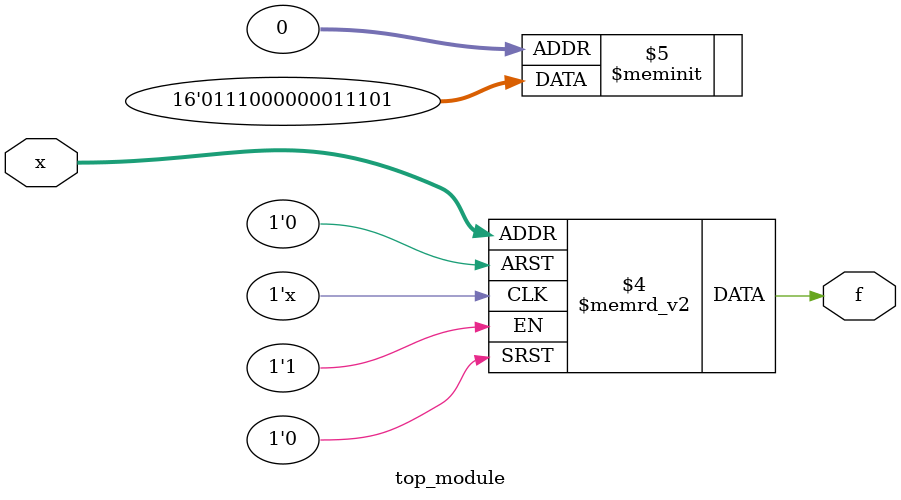
<source format=sv>
module top_module (
    input [4:1] x,
    output logic f
);


    always_comb begin
        case (x)
            4'b0000: f = 1'b1;
            4'b0001: f = 1'b0;
            4'b0010: f = 1'b1;
            4'b0011: f = 1'b1;
            4'b0100: f = 1'b1;
            4'b0101: f = 1'b0;
            4'b0110: f = 1'b0;
            4'b0111: f = 1'b0;
            4'b1000: f = 1'b0;
            4'b1001: f = 1'b0;
            4'b1010: f = 1'b0;
            4'b1011: f = 1'b0;
            4'b1100: f = 1'b1;
            4'b1101: f = 1'b1;
            4'b1110: f = 1'b1;
            4'b1111: f = 1'b0;
            default: f = 1'b0;
        endcase
    end

endmodule

</source>
